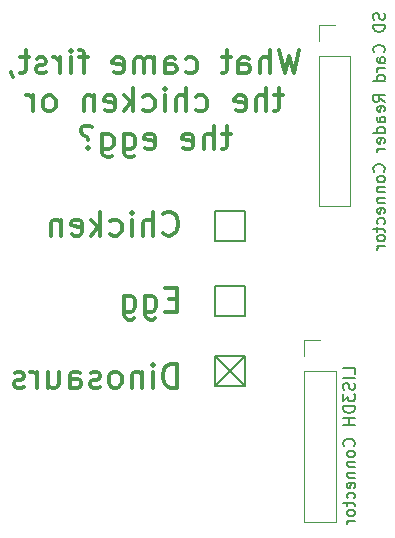
<source format=gbr>
%TF.GenerationSoftware,KiCad,Pcbnew,(6.0.6)*%
%TF.CreationDate,2022-07-20T09:39:35-07:00*%
%TF.ProjectId,ElectronicEggDrop,456c6563-7472-46f6-9e69-634567674472,rev?*%
%TF.SameCoordinates,Original*%
%TF.FileFunction,Legend,Bot*%
%TF.FilePolarity,Positive*%
%FSLAX46Y46*%
G04 Gerber Fmt 4.6, Leading zero omitted, Abs format (unit mm)*
G04 Created by KiCad (PCBNEW (6.0.6)) date 2022-07-20 09:39:35*
%MOMM*%
%LPD*%
G01*
G04 APERTURE LIST*
%ADD10C,0.150000*%
%ADD11C,0.300000*%
%ADD12C,0.120000*%
G04 APERTURE END LIST*
D10*
X137160000Y-115570000D02*
X139700000Y-115570000D01*
X139700000Y-115570000D02*
X139700000Y-113030000D01*
X139700000Y-113030000D02*
X137160000Y-113030000D01*
X137160000Y-113030000D02*
X137160000Y-115570000D01*
X137160000Y-113030000D02*
X139700000Y-115570000D01*
X137160000Y-109681228D02*
X139700000Y-109681228D01*
X139700000Y-109681228D02*
X139700000Y-107141228D01*
X139700000Y-107141228D02*
X137160000Y-107141228D01*
X137160000Y-107141228D02*
X137160000Y-109681228D01*
X137160000Y-103331228D02*
X139700000Y-103331228D01*
X139700000Y-103331228D02*
X139700000Y-100791228D01*
X139700000Y-100791228D02*
X137160000Y-100791228D01*
X137160000Y-100791228D02*
X137160000Y-103331228D01*
X137160000Y-115570000D02*
X139700000Y-113030000D01*
D11*
X132805952Y-102685513D02*
X132901190Y-102780751D01*
X133186904Y-102875989D01*
X133377380Y-102875989D01*
X133663095Y-102780751D01*
X133853571Y-102590275D01*
X133948809Y-102399799D01*
X134044047Y-102018847D01*
X134044047Y-101733132D01*
X133948809Y-101352180D01*
X133853571Y-101161704D01*
X133663095Y-100971228D01*
X133377380Y-100875989D01*
X133186904Y-100875989D01*
X132901190Y-100971228D01*
X132805952Y-101066466D01*
X131948809Y-102875989D02*
X131948809Y-100875989D01*
X131091666Y-102875989D02*
X131091666Y-101828370D01*
X131186904Y-101637894D01*
X131377380Y-101542656D01*
X131663095Y-101542656D01*
X131853571Y-101637894D01*
X131948809Y-101733132D01*
X130139285Y-102875989D02*
X130139285Y-101542656D01*
X130139285Y-100875989D02*
X130234523Y-100971228D01*
X130139285Y-101066466D01*
X130044047Y-100971228D01*
X130139285Y-100875989D01*
X130139285Y-101066466D01*
X128329761Y-102780751D02*
X128520238Y-102875989D01*
X128901190Y-102875989D01*
X129091666Y-102780751D01*
X129186904Y-102685513D01*
X129282142Y-102495037D01*
X129282142Y-101923608D01*
X129186904Y-101733132D01*
X129091666Y-101637894D01*
X128901190Y-101542656D01*
X128520238Y-101542656D01*
X128329761Y-101637894D01*
X127472619Y-102875989D02*
X127472619Y-100875989D01*
X127282142Y-102114085D02*
X126710714Y-102875989D01*
X126710714Y-101542656D02*
X127472619Y-102304561D01*
X125091666Y-102780751D02*
X125282142Y-102875989D01*
X125663095Y-102875989D01*
X125853571Y-102780751D01*
X125948809Y-102590275D01*
X125948809Y-101828370D01*
X125853571Y-101637894D01*
X125663095Y-101542656D01*
X125282142Y-101542656D01*
X125091666Y-101637894D01*
X124996428Y-101828370D01*
X124996428Y-102018847D01*
X125948809Y-102209323D01*
X124139285Y-101542656D02*
X124139285Y-102875989D01*
X124139285Y-101733132D02*
X124044047Y-101637894D01*
X123853571Y-101542656D01*
X123567857Y-101542656D01*
X123377380Y-101637894D01*
X123282142Y-101828370D01*
X123282142Y-102875989D01*
X133948809Y-108268370D02*
X133282142Y-108268370D01*
X132996428Y-109315989D02*
X133948809Y-109315989D01*
X133948809Y-107315989D01*
X132996428Y-107315989D01*
X131282142Y-107982656D02*
X131282142Y-109601704D01*
X131377380Y-109792180D01*
X131472619Y-109887418D01*
X131663095Y-109982656D01*
X131948809Y-109982656D01*
X132139285Y-109887418D01*
X131282142Y-109220751D02*
X131472619Y-109315989D01*
X131853571Y-109315989D01*
X132044047Y-109220751D01*
X132139285Y-109125513D01*
X132234523Y-108935037D01*
X132234523Y-108363608D01*
X132139285Y-108173132D01*
X132044047Y-108077894D01*
X131853571Y-107982656D01*
X131472619Y-107982656D01*
X131282142Y-108077894D01*
X129472619Y-107982656D02*
X129472619Y-109601704D01*
X129567857Y-109792180D01*
X129663095Y-109887418D01*
X129853571Y-109982656D01*
X130139285Y-109982656D01*
X130329761Y-109887418D01*
X129472619Y-109220751D02*
X129663095Y-109315989D01*
X130044047Y-109315989D01*
X130234523Y-109220751D01*
X130329761Y-109125513D01*
X130425000Y-108935037D01*
X130425000Y-108363608D01*
X130329761Y-108173132D01*
X130234523Y-108077894D01*
X130044047Y-107982656D01*
X129663095Y-107982656D01*
X129472619Y-108077894D01*
X133948809Y-115755989D02*
X133948809Y-113755989D01*
X133472619Y-113755989D01*
X133186904Y-113851228D01*
X132996428Y-114041704D01*
X132901190Y-114232180D01*
X132805952Y-114613132D01*
X132805952Y-114898847D01*
X132901190Y-115279799D01*
X132996428Y-115470275D01*
X133186904Y-115660751D01*
X133472619Y-115755989D01*
X133948809Y-115755989D01*
X131948809Y-115755989D02*
X131948809Y-114422656D01*
X131948809Y-113755989D02*
X132044047Y-113851228D01*
X131948809Y-113946466D01*
X131853571Y-113851228D01*
X131948809Y-113755989D01*
X131948809Y-113946466D01*
X130996428Y-114422656D02*
X130996428Y-115755989D01*
X130996428Y-114613132D02*
X130901190Y-114517894D01*
X130710714Y-114422656D01*
X130425000Y-114422656D01*
X130234523Y-114517894D01*
X130139285Y-114708370D01*
X130139285Y-115755989D01*
X128901190Y-115755989D02*
X129091666Y-115660751D01*
X129186904Y-115565513D01*
X129282142Y-115375037D01*
X129282142Y-114803608D01*
X129186904Y-114613132D01*
X129091666Y-114517894D01*
X128901190Y-114422656D01*
X128615476Y-114422656D01*
X128425000Y-114517894D01*
X128329761Y-114613132D01*
X128234523Y-114803608D01*
X128234523Y-115375037D01*
X128329761Y-115565513D01*
X128425000Y-115660751D01*
X128615476Y-115755989D01*
X128901190Y-115755989D01*
X127472619Y-115660751D02*
X127282142Y-115755989D01*
X126901190Y-115755989D01*
X126710714Y-115660751D01*
X126615476Y-115470275D01*
X126615476Y-115375037D01*
X126710714Y-115184561D01*
X126901190Y-115089323D01*
X127186904Y-115089323D01*
X127377380Y-114994085D01*
X127472619Y-114803608D01*
X127472619Y-114708370D01*
X127377380Y-114517894D01*
X127186904Y-114422656D01*
X126901190Y-114422656D01*
X126710714Y-114517894D01*
X124901190Y-115755989D02*
X124901190Y-114708370D01*
X124996428Y-114517894D01*
X125186904Y-114422656D01*
X125567857Y-114422656D01*
X125758333Y-114517894D01*
X124901190Y-115660751D02*
X125091666Y-115755989D01*
X125567857Y-115755989D01*
X125758333Y-115660751D01*
X125853571Y-115470275D01*
X125853571Y-115279799D01*
X125758333Y-115089323D01*
X125567857Y-114994085D01*
X125091666Y-114994085D01*
X124901190Y-114898847D01*
X123091666Y-114422656D02*
X123091666Y-115755989D01*
X123948809Y-114422656D02*
X123948809Y-115470275D01*
X123853571Y-115660751D01*
X123663095Y-115755989D01*
X123377380Y-115755989D01*
X123186904Y-115660751D01*
X123091666Y-115565513D01*
X122139285Y-115755989D02*
X122139285Y-114422656D01*
X122139285Y-114803608D02*
X122044047Y-114613132D01*
X121948809Y-114517894D01*
X121758333Y-114422656D01*
X121567857Y-114422656D01*
X120996428Y-115660751D02*
X120805952Y-115755989D01*
X120425000Y-115755989D01*
X120234523Y-115660751D01*
X120139285Y-115470275D01*
X120139285Y-115375037D01*
X120234523Y-115184561D01*
X120425000Y-115089323D01*
X120710714Y-115089323D01*
X120901190Y-114994085D01*
X120996428Y-114803608D01*
X120996428Y-114708370D01*
X120901190Y-114517894D01*
X120710714Y-114422656D01*
X120425000Y-114422656D01*
X120234523Y-114517894D01*
X144318095Y-87124761D02*
X143841904Y-89124761D01*
X143460952Y-87696190D01*
X143080000Y-89124761D01*
X142603809Y-87124761D01*
X141841904Y-89124761D02*
X141841904Y-87124761D01*
X140984761Y-89124761D02*
X140984761Y-88077142D01*
X141080000Y-87886666D01*
X141270476Y-87791428D01*
X141556190Y-87791428D01*
X141746666Y-87886666D01*
X141841904Y-87981904D01*
X139175238Y-89124761D02*
X139175238Y-88077142D01*
X139270476Y-87886666D01*
X139460952Y-87791428D01*
X139841904Y-87791428D01*
X140032380Y-87886666D01*
X139175238Y-89029523D02*
X139365714Y-89124761D01*
X139841904Y-89124761D01*
X140032380Y-89029523D01*
X140127619Y-88839047D01*
X140127619Y-88648571D01*
X140032380Y-88458095D01*
X139841904Y-88362857D01*
X139365714Y-88362857D01*
X139175238Y-88267619D01*
X138508571Y-87791428D02*
X137746666Y-87791428D01*
X138222857Y-87124761D02*
X138222857Y-88839047D01*
X138127619Y-89029523D01*
X137937142Y-89124761D01*
X137746666Y-89124761D01*
X134699047Y-89029523D02*
X134889523Y-89124761D01*
X135270476Y-89124761D01*
X135460952Y-89029523D01*
X135556190Y-88934285D01*
X135651428Y-88743809D01*
X135651428Y-88172380D01*
X135556190Y-87981904D01*
X135460952Y-87886666D01*
X135270476Y-87791428D01*
X134889523Y-87791428D01*
X134699047Y-87886666D01*
X132984761Y-89124761D02*
X132984761Y-88077142D01*
X133080000Y-87886666D01*
X133270476Y-87791428D01*
X133651428Y-87791428D01*
X133841904Y-87886666D01*
X132984761Y-89029523D02*
X133175238Y-89124761D01*
X133651428Y-89124761D01*
X133841904Y-89029523D01*
X133937142Y-88839047D01*
X133937142Y-88648571D01*
X133841904Y-88458095D01*
X133651428Y-88362857D01*
X133175238Y-88362857D01*
X132984761Y-88267619D01*
X132032380Y-89124761D02*
X132032380Y-87791428D01*
X132032380Y-87981904D02*
X131937142Y-87886666D01*
X131746666Y-87791428D01*
X131460952Y-87791428D01*
X131270476Y-87886666D01*
X131175238Y-88077142D01*
X131175238Y-89124761D01*
X131175238Y-88077142D02*
X131080000Y-87886666D01*
X130889523Y-87791428D01*
X130603809Y-87791428D01*
X130413333Y-87886666D01*
X130318095Y-88077142D01*
X130318095Y-89124761D01*
X128603809Y-89029523D02*
X128794285Y-89124761D01*
X129175238Y-89124761D01*
X129365714Y-89029523D01*
X129460952Y-88839047D01*
X129460952Y-88077142D01*
X129365714Y-87886666D01*
X129175238Y-87791428D01*
X128794285Y-87791428D01*
X128603809Y-87886666D01*
X128508571Y-88077142D01*
X128508571Y-88267619D01*
X129460952Y-88458095D01*
X126413333Y-87791428D02*
X125651428Y-87791428D01*
X126127619Y-89124761D02*
X126127619Y-87410476D01*
X126032380Y-87220000D01*
X125841904Y-87124761D01*
X125651428Y-87124761D01*
X124984761Y-89124761D02*
X124984761Y-87791428D01*
X124984761Y-87124761D02*
X125080000Y-87220000D01*
X124984761Y-87315238D01*
X124889523Y-87220000D01*
X124984761Y-87124761D01*
X124984761Y-87315238D01*
X124032380Y-89124761D02*
X124032380Y-87791428D01*
X124032380Y-88172380D02*
X123937142Y-87981904D01*
X123841904Y-87886666D01*
X123651428Y-87791428D01*
X123460952Y-87791428D01*
X122889523Y-89029523D02*
X122699047Y-89124761D01*
X122318095Y-89124761D01*
X122127619Y-89029523D01*
X122032380Y-88839047D01*
X122032380Y-88743809D01*
X122127619Y-88553333D01*
X122318095Y-88458095D01*
X122603809Y-88458095D01*
X122794285Y-88362857D01*
X122889523Y-88172380D01*
X122889523Y-88077142D01*
X122794285Y-87886666D01*
X122603809Y-87791428D01*
X122318095Y-87791428D01*
X122127619Y-87886666D01*
X121460952Y-87791428D02*
X120699047Y-87791428D01*
X121175238Y-87124761D02*
X121175238Y-88839047D01*
X121080000Y-89029523D01*
X120889523Y-89124761D01*
X120699047Y-89124761D01*
X119937142Y-89029523D02*
X119937142Y-89124761D01*
X120032380Y-89315238D01*
X120127619Y-89410476D01*
X142937142Y-91011428D02*
X142175238Y-91011428D01*
X142651428Y-90344761D02*
X142651428Y-92059047D01*
X142556190Y-92249523D01*
X142365714Y-92344761D01*
X142175238Y-92344761D01*
X141508571Y-92344761D02*
X141508571Y-90344761D01*
X140651428Y-92344761D02*
X140651428Y-91297142D01*
X140746666Y-91106666D01*
X140937142Y-91011428D01*
X141222857Y-91011428D01*
X141413333Y-91106666D01*
X141508571Y-91201904D01*
X138937142Y-92249523D02*
X139127619Y-92344761D01*
X139508571Y-92344761D01*
X139699047Y-92249523D01*
X139794285Y-92059047D01*
X139794285Y-91297142D01*
X139699047Y-91106666D01*
X139508571Y-91011428D01*
X139127619Y-91011428D01*
X138937142Y-91106666D01*
X138841904Y-91297142D01*
X138841904Y-91487619D01*
X139794285Y-91678095D01*
X135603809Y-92249523D02*
X135794285Y-92344761D01*
X136175238Y-92344761D01*
X136365714Y-92249523D01*
X136460952Y-92154285D01*
X136556190Y-91963809D01*
X136556190Y-91392380D01*
X136460952Y-91201904D01*
X136365714Y-91106666D01*
X136175238Y-91011428D01*
X135794285Y-91011428D01*
X135603809Y-91106666D01*
X134746666Y-92344761D02*
X134746666Y-90344761D01*
X133889523Y-92344761D02*
X133889523Y-91297142D01*
X133984761Y-91106666D01*
X134175238Y-91011428D01*
X134460952Y-91011428D01*
X134651428Y-91106666D01*
X134746666Y-91201904D01*
X132937142Y-92344761D02*
X132937142Y-91011428D01*
X132937142Y-90344761D02*
X133032380Y-90440000D01*
X132937142Y-90535238D01*
X132841904Y-90440000D01*
X132937142Y-90344761D01*
X132937142Y-90535238D01*
X131127619Y-92249523D02*
X131318095Y-92344761D01*
X131699047Y-92344761D01*
X131889523Y-92249523D01*
X131984761Y-92154285D01*
X132080000Y-91963809D01*
X132080000Y-91392380D01*
X131984761Y-91201904D01*
X131889523Y-91106666D01*
X131699047Y-91011428D01*
X131318095Y-91011428D01*
X131127619Y-91106666D01*
X130270476Y-92344761D02*
X130270476Y-90344761D01*
X130080000Y-91582857D02*
X129508571Y-92344761D01*
X129508571Y-91011428D02*
X130270476Y-91773333D01*
X127889523Y-92249523D02*
X128080000Y-92344761D01*
X128460952Y-92344761D01*
X128651428Y-92249523D01*
X128746666Y-92059047D01*
X128746666Y-91297142D01*
X128651428Y-91106666D01*
X128460952Y-91011428D01*
X128080000Y-91011428D01*
X127889523Y-91106666D01*
X127794285Y-91297142D01*
X127794285Y-91487619D01*
X128746666Y-91678095D01*
X126937142Y-91011428D02*
X126937142Y-92344761D01*
X126937142Y-91201904D02*
X126841904Y-91106666D01*
X126651428Y-91011428D01*
X126365714Y-91011428D01*
X126175238Y-91106666D01*
X126080000Y-91297142D01*
X126080000Y-92344761D01*
X123318095Y-92344761D02*
X123508571Y-92249523D01*
X123603809Y-92154285D01*
X123699047Y-91963809D01*
X123699047Y-91392380D01*
X123603809Y-91201904D01*
X123508571Y-91106666D01*
X123318095Y-91011428D01*
X123032380Y-91011428D01*
X122841904Y-91106666D01*
X122746666Y-91201904D01*
X122651428Y-91392380D01*
X122651428Y-91963809D01*
X122746666Y-92154285D01*
X122841904Y-92249523D01*
X123032380Y-92344761D01*
X123318095Y-92344761D01*
X121794285Y-92344761D02*
X121794285Y-91011428D01*
X121794285Y-91392380D02*
X121699047Y-91201904D01*
X121603809Y-91106666D01*
X121413333Y-91011428D01*
X121222857Y-91011428D01*
X138508571Y-94231428D02*
X137746666Y-94231428D01*
X138222857Y-93564761D02*
X138222857Y-95279047D01*
X138127619Y-95469523D01*
X137937142Y-95564761D01*
X137746666Y-95564761D01*
X137080000Y-95564761D02*
X137080000Y-93564761D01*
X136222857Y-95564761D02*
X136222857Y-94517142D01*
X136318095Y-94326666D01*
X136508571Y-94231428D01*
X136794285Y-94231428D01*
X136984761Y-94326666D01*
X137080000Y-94421904D01*
X134508571Y-95469523D02*
X134699047Y-95564761D01*
X135080000Y-95564761D01*
X135270476Y-95469523D01*
X135365714Y-95279047D01*
X135365714Y-94517142D01*
X135270476Y-94326666D01*
X135080000Y-94231428D01*
X134699047Y-94231428D01*
X134508571Y-94326666D01*
X134413333Y-94517142D01*
X134413333Y-94707619D01*
X135365714Y-94898095D01*
X131270476Y-95469523D02*
X131460952Y-95564761D01*
X131841904Y-95564761D01*
X132032380Y-95469523D01*
X132127619Y-95279047D01*
X132127619Y-94517142D01*
X132032380Y-94326666D01*
X131841904Y-94231428D01*
X131460952Y-94231428D01*
X131270476Y-94326666D01*
X131175238Y-94517142D01*
X131175238Y-94707619D01*
X132127619Y-94898095D01*
X129460952Y-94231428D02*
X129460952Y-95850476D01*
X129556190Y-96040952D01*
X129651428Y-96136190D01*
X129841904Y-96231428D01*
X130127619Y-96231428D01*
X130318095Y-96136190D01*
X129460952Y-95469523D02*
X129651428Y-95564761D01*
X130032380Y-95564761D01*
X130222857Y-95469523D01*
X130318095Y-95374285D01*
X130413333Y-95183809D01*
X130413333Y-94612380D01*
X130318095Y-94421904D01*
X130222857Y-94326666D01*
X130032380Y-94231428D01*
X129651428Y-94231428D01*
X129460952Y-94326666D01*
X127651428Y-94231428D02*
X127651428Y-95850476D01*
X127746666Y-96040952D01*
X127841904Y-96136190D01*
X128032380Y-96231428D01*
X128318095Y-96231428D01*
X128508571Y-96136190D01*
X127651428Y-95469523D02*
X127841904Y-95564761D01*
X128222857Y-95564761D01*
X128413333Y-95469523D01*
X128508571Y-95374285D01*
X128603809Y-95183809D01*
X128603809Y-94612380D01*
X128508571Y-94421904D01*
X128413333Y-94326666D01*
X128222857Y-94231428D01*
X127841904Y-94231428D01*
X127651428Y-94326666D01*
X126413333Y-95374285D02*
X126318095Y-95469523D01*
X126413333Y-95564761D01*
X126508571Y-95469523D01*
X126413333Y-95374285D01*
X126413333Y-95564761D01*
X126794285Y-93660000D02*
X126603809Y-93564761D01*
X126127619Y-93564761D01*
X125937142Y-93660000D01*
X125841904Y-93850476D01*
X125841904Y-94040952D01*
X125937142Y-94231428D01*
X126032380Y-94326666D01*
X126222857Y-94421904D01*
X126318095Y-94517142D01*
X126413333Y-94707619D01*
X126413333Y-94802857D01*
D10*
%TO.C,LIS3DH Connector*%
X149042380Y-114602380D02*
X149042380Y-114126190D01*
X148042380Y-114126190D01*
X149042380Y-114935714D02*
X148042380Y-114935714D01*
X148994761Y-115364285D02*
X149042380Y-115507142D01*
X149042380Y-115745238D01*
X148994761Y-115840476D01*
X148947142Y-115888095D01*
X148851904Y-115935714D01*
X148756666Y-115935714D01*
X148661428Y-115888095D01*
X148613809Y-115840476D01*
X148566190Y-115745238D01*
X148518571Y-115554761D01*
X148470952Y-115459523D01*
X148423333Y-115411904D01*
X148328095Y-115364285D01*
X148232857Y-115364285D01*
X148137619Y-115411904D01*
X148090000Y-115459523D01*
X148042380Y-115554761D01*
X148042380Y-115792857D01*
X148090000Y-115935714D01*
X148042380Y-116269047D02*
X148042380Y-116888095D01*
X148423333Y-116554761D01*
X148423333Y-116697619D01*
X148470952Y-116792857D01*
X148518571Y-116840476D01*
X148613809Y-116888095D01*
X148851904Y-116888095D01*
X148947142Y-116840476D01*
X148994761Y-116792857D01*
X149042380Y-116697619D01*
X149042380Y-116411904D01*
X148994761Y-116316666D01*
X148947142Y-116269047D01*
X149042380Y-117316666D02*
X148042380Y-117316666D01*
X148042380Y-117554761D01*
X148090000Y-117697619D01*
X148185238Y-117792857D01*
X148280476Y-117840476D01*
X148470952Y-117888095D01*
X148613809Y-117888095D01*
X148804285Y-117840476D01*
X148899523Y-117792857D01*
X148994761Y-117697619D01*
X149042380Y-117554761D01*
X149042380Y-117316666D01*
X149042380Y-118316666D02*
X148042380Y-118316666D01*
X148518571Y-118316666D02*
X148518571Y-118888095D01*
X149042380Y-118888095D02*
X148042380Y-118888095D01*
X148947142Y-120697619D02*
X148994761Y-120650000D01*
X149042380Y-120507142D01*
X149042380Y-120411904D01*
X148994761Y-120269047D01*
X148899523Y-120173809D01*
X148804285Y-120126190D01*
X148613809Y-120078571D01*
X148470952Y-120078571D01*
X148280476Y-120126190D01*
X148185238Y-120173809D01*
X148090000Y-120269047D01*
X148042380Y-120411904D01*
X148042380Y-120507142D01*
X148090000Y-120650000D01*
X148137619Y-120697619D01*
X149042380Y-121269047D02*
X148994761Y-121173809D01*
X148947142Y-121126190D01*
X148851904Y-121078571D01*
X148566190Y-121078571D01*
X148470952Y-121126190D01*
X148423333Y-121173809D01*
X148375714Y-121269047D01*
X148375714Y-121411904D01*
X148423333Y-121507142D01*
X148470952Y-121554761D01*
X148566190Y-121602380D01*
X148851904Y-121602380D01*
X148947142Y-121554761D01*
X148994761Y-121507142D01*
X149042380Y-121411904D01*
X149042380Y-121269047D01*
X148375714Y-122030952D02*
X149042380Y-122030952D01*
X148470952Y-122030952D02*
X148423333Y-122078571D01*
X148375714Y-122173809D01*
X148375714Y-122316666D01*
X148423333Y-122411904D01*
X148518571Y-122459523D01*
X149042380Y-122459523D01*
X148375714Y-122935714D02*
X149042380Y-122935714D01*
X148470952Y-122935714D02*
X148423333Y-122983333D01*
X148375714Y-123078571D01*
X148375714Y-123221428D01*
X148423333Y-123316666D01*
X148518571Y-123364285D01*
X149042380Y-123364285D01*
X148994761Y-124221428D02*
X149042380Y-124126190D01*
X149042380Y-123935714D01*
X148994761Y-123840476D01*
X148899523Y-123792857D01*
X148518571Y-123792857D01*
X148423333Y-123840476D01*
X148375714Y-123935714D01*
X148375714Y-124126190D01*
X148423333Y-124221428D01*
X148518571Y-124269047D01*
X148613809Y-124269047D01*
X148709047Y-123792857D01*
X148994761Y-125126190D02*
X149042380Y-125030952D01*
X149042380Y-124840476D01*
X148994761Y-124745238D01*
X148947142Y-124697619D01*
X148851904Y-124650000D01*
X148566190Y-124650000D01*
X148470952Y-124697619D01*
X148423333Y-124745238D01*
X148375714Y-124840476D01*
X148375714Y-125030952D01*
X148423333Y-125126190D01*
X148375714Y-125411904D02*
X148375714Y-125792857D01*
X148042380Y-125554761D02*
X148899523Y-125554761D01*
X148994761Y-125602380D01*
X149042380Y-125697619D01*
X149042380Y-125792857D01*
X149042380Y-126269047D02*
X148994761Y-126173809D01*
X148947142Y-126126190D01*
X148851904Y-126078571D01*
X148566190Y-126078571D01*
X148470952Y-126126190D01*
X148423333Y-126173809D01*
X148375714Y-126269047D01*
X148375714Y-126411904D01*
X148423333Y-126507142D01*
X148470952Y-126554761D01*
X148566190Y-126602380D01*
X148851904Y-126602380D01*
X148947142Y-126554761D01*
X148994761Y-126507142D01*
X149042380Y-126411904D01*
X149042380Y-126269047D01*
X149042380Y-127030952D02*
X148375714Y-127030952D01*
X148566190Y-127030952D02*
X148470952Y-127078571D01*
X148423333Y-127126190D01*
X148375714Y-127221428D01*
X148375714Y-127316666D01*
%TO.C,SD Card Reader Connector*%
X151534761Y-84033809D02*
X151582380Y-84176666D01*
X151582380Y-84414761D01*
X151534761Y-84510000D01*
X151487142Y-84557619D01*
X151391904Y-84605238D01*
X151296666Y-84605238D01*
X151201428Y-84557619D01*
X151153809Y-84510000D01*
X151106190Y-84414761D01*
X151058571Y-84224285D01*
X151010952Y-84129047D01*
X150963333Y-84081428D01*
X150868095Y-84033809D01*
X150772857Y-84033809D01*
X150677619Y-84081428D01*
X150630000Y-84129047D01*
X150582380Y-84224285D01*
X150582380Y-84462380D01*
X150630000Y-84605238D01*
X151582380Y-85033809D02*
X150582380Y-85033809D01*
X150582380Y-85271904D01*
X150630000Y-85414761D01*
X150725238Y-85509999D01*
X150820476Y-85557619D01*
X151010952Y-85605238D01*
X151153809Y-85605238D01*
X151344285Y-85557619D01*
X151439523Y-85509999D01*
X151534761Y-85414761D01*
X151582380Y-85271904D01*
X151582380Y-85033809D01*
X151487142Y-87367142D02*
X151534761Y-87319523D01*
X151582380Y-87176666D01*
X151582380Y-87081428D01*
X151534761Y-86938571D01*
X151439523Y-86843333D01*
X151344285Y-86795714D01*
X151153809Y-86748095D01*
X151010952Y-86748095D01*
X150820476Y-86795714D01*
X150725238Y-86843333D01*
X150630000Y-86938571D01*
X150582380Y-87081428D01*
X150582380Y-87176666D01*
X150630000Y-87319523D01*
X150677619Y-87367142D01*
X151582380Y-88224285D02*
X151058571Y-88224285D01*
X150963333Y-88176666D01*
X150915714Y-88081428D01*
X150915714Y-87890952D01*
X150963333Y-87795714D01*
X151534761Y-88224285D02*
X151582380Y-88129047D01*
X151582380Y-87890952D01*
X151534761Y-87795714D01*
X151439523Y-87748095D01*
X151344285Y-87748095D01*
X151249047Y-87795714D01*
X151201428Y-87890952D01*
X151201428Y-88129047D01*
X151153809Y-88224285D01*
X151582380Y-88700476D02*
X150915714Y-88700476D01*
X151106190Y-88700476D02*
X151010952Y-88748095D01*
X150963333Y-88795714D01*
X150915714Y-88890952D01*
X150915714Y-88986190D01*
X151582380Y-89748095D02*
X150582380Y-89748095D01*
X151534761Y-89748095D02*
X151582380Y-89652857D01*
X151582380Y-89462380D01*
X151534761Y-89367142D01*
X151487142Y-89319523D01*
X151391904Y-89271904D01*
X151106190Y-89271904D01*
X151010952Y-89319523D01*
X150963333Y-89367142D01*
X150915714Y-89462380D01*
X150915714Y-89652857D01*
X150963333Y-89748095D01*
X151582380Y-91557619D02*
X151106190Y-91224285D01*
X151582380Y-90986190D02*
X150582380Y-90986190D01*
X150582380Y-91367142D01*
X150630000Y-91462380D01*
X150677619Y-91509999D01*
X150772857Y-91557619D01*
X150915714Y-91557619D01*
X151010952Y-91509999D01*
X151058571Y-91462380D01*
X151106190Y-91367142D01*
X151106190Y-90986190D01*
X151534761Y-92367142D02*
X151582380Y-92271904D01*
X151582380Y-92081428D01*
X151534761Y-91986190D01*
X151439523Y-91938571D01*
X151058571Y-91938571D01*
X150963333Y-91986190D01*
X150915714Y-92081428D01*
X150915714Y-92271904D01*
X150963333Y-92367142D01*
X151058571Y-92414761D01*
X151153809Y-92414761D01*
X151249047Y-91938571D01*
X151582380Y-93271904D02*
X151058571Y-93271904D01*
X150963333Y-93224285D01*
X150915714Y-93129047D01*
X150915714Y-92938571D01*
X150963333Y-92843333D01*
X151534761Y-93271904D02*
X151582380Y-93176666D01*
X151582380Y-92938571D01*
X151534761Y-92843333D01*
X151439523Y-92795714D01*
X151344285Y-92795714D01*
X151249047Y-92843333D01*
X151201428Y-92938571D01*
X151201428Y-93176666D01*
X151153809Y-93271904D01*
X151582380Y-94176666D02*
X150582380Y-94176666D01*
X151534761Y-94176666D02*
X151582380Y-94081428D01*
X151582380Y-93890952D01*
X151534761Y-93795714D01*
X151487142Y-93748095D01*
X151391904Y-93700476D01*
X151106190Y-93700476D01*
X151010952Y-93748095D01*
X150963333Y-93795714D01*
X150915714Y-93890952D01*
X150915714Y-94081428D01*
X150963333Y-94176666D01*
X151534761Y-95033809D02*
X151582380Y-94938571D01*
X151582380Y-94748095D01*
X151534761Y-94652857D01*
X151439523Y-94605238D01*
X151058571Y-94605238D01*
X150963333Y-94652857D01*
X150915714Y-94748095D01*
X150915714Y-94938571D01*
X150963333Y-95033809D01*
X151058571Y-95081428D01*
X151153809Y-95081428D01*
X151249047Y-94605238D01*
X151582380Y-95509999D02*
X150915714Y-95509999D01*
X151106190Y-95509999D02*
X151010952Y-95557619D01*
X150963333Y-95605238D01*
X150915714Y-95700476D01*
X150915714Y-95795714D01*
X151487142Y-97462380D02*
X151534761Y-97414761D01*
X151582380Y-97271904D01*
X151582380Y-97176666D01*
X151534761Y-97033809D01*
X151439523Y-96938571D01*
X151344285Y-96890952D01*
X151153809Y-96843333D01*
X151010952Y-96843333D01*
X150820476Y-96890952D01*
X150725238Y-96938571D01*
X150630000Y-97033809D01*
X150582380Y-97176666D01*
X150582380Y-97271904D01*
X150630000Y-97414761D01*
X150677619Y-97462380D01*
X151582380Y-98033809D02*
X151534761Y-97938571D01*
X151487142Y-97890952D01*
X151391904Y-97843333D01*
X151106190Y-97843333D01*
X151010952Y-97890952D01*
X150963333Y-97938571D01*
X150915714Y-98033809D01*
X150915714Y-98176666D01*
X150963333Y-98271904D01*
X151010952Y-98319523D01*
X151106190Y-98367142D01*
X151391904Y-98367142D01*
X151487142Y-98319523D01*
X151534761Y-98271904D01*
X151582380Y-98176666D01*
X151582380Y-98033809D01*
X150915714Y-98795714D02*
X151582380Y-98795714D01*
X151010952Y-98795714D02*
X150963333Y-98843333D01*
X150915714Y-98938571D01*
X150915714Y-99081428D01*
X150963333Y-99176666D01*
X151058571Y-99224285D01*
X151582380Y-99224285D01*
X150915714Y-99700476D02*
X151582380Y-99700476D01*
X151010952Y-99700476D02*
X150963333Y-99748095D01*
X150915714Y-99843333D01*
X150915714Y-99986190D01*
X150963333Y-100081428D01*
X151058571Y-100129047D01*
X151582380Y-100129047D01*
X151534761Y-100986190D02*
X151582380Y-100890952D01*
X151582380Y-100700476D01*
X151534761Y-100605238D01*
X151439523Y-100557619D01*
X151058571Y-100557619D01*
X150963333Y-100605238D01*
X150915714Y-100700476D01*
X150915714Y-100890952D01*
X150963333Y-100986190D01*
X151058571Y-101033809D01*
X151153809Y-101033809D01*
X151249047Y-100557619D01*
X151534761Y-101890952D02*
X151582380Y-101795714D01*
X151582380Y-101605238D01*
X151534761Y-101509999D01*
X151487142Y-101462380D01*
X151391904Y-101414761D01*
X151106190Y-101414761D01*
X151010952Y-101462380D01*
X150963333Y-101509999D01*
X150915714Y-101605238D01*
X150915714Y-101795714D01*
X150963333Y-101890952D01*
X150915714Y-102176666D02*
X150915714Y-102557619D01*
X150582380Y-102319523D02*
X151439523Y-102319523D01*
X151534761Y-102367142D01*
X151582380Y-102462380D01*
X151582380Y-102557619D01*
X151582380Y-103033809D02*
X151534761Y-102938571D01*
X151487142Y-102890952D01*
X151391904Y-102843333D01*
X151106190Y-102843333D01*
X151010952Y-102890952D01*
X150963333Y-102938571D01*
X150915714Y-103033809D01*
X150915714Y-103176666D01*
X150963333Y-103271904D01*
X151010952Y-103319523D01*
X151106190Y-103367142D01*
X151391904Y-103367142D01*
X151487142Y-103319523D01*
X151534761Y-103271904D01*
X151582380Y-103176666D01*
X151582380Y-103033809D01*
X151582380Y-103795714D02*
X150915714Y-103795714D01*
X151106190Y-103795714D02*
X151010952Y-103843333D01*
X150963333Y-103890952D01*
X150915714Y-103986190D01*
X150915714Y-104081428D01*
D12*
%TO.C,LIS3DH Connector*%
X147405000Y-114325000D02*
X147405000Y-127085000D01*
X144745000Y-111725000D02*
X144745000Y-113055000D01*
X144745000Y-114325000D02*
X144745000Y-127085000D01*
X147405000Y-114325000D02*
X144745000Y-114325000D01*
X147405000Y-127085000D02*
X144745000Y-127085000D01*
X146075000Y-111725000D02*
X144745000Y-111725000D01*
%TO.C,SD Card Reader Connector*%
X147320000Y-85030000D02*
X145990000Y-85030000D01*
X148650000Y-87630000D02*
X148650000Y-100390000D01*
X145990000Y-85030000D02*
X145990000Y-86360000D01*
X148650000Y-87630000D02*
X145990000Y-87630000D01*
X145990000Y-87630000D02*
X145990000Y-100390000D01*
X148650000Y-100390000D02*
X145990000Y-100390000D01*
%TD*%
M02*

</source>
